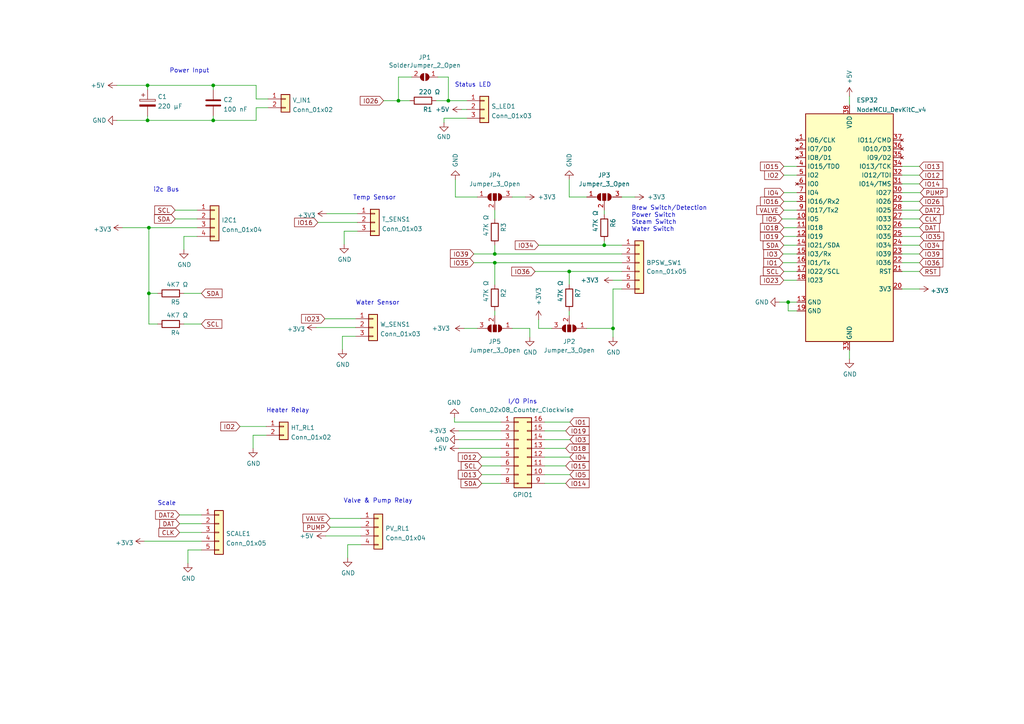
<source format=kicad_sch>
(kicad_sch (version 20250114) (generator "eeschema") (generator_version "9.0")
  (paper "A4")
  (title_block (title "ESP32 Breakout Board - Minimal SMD") (date "2025-12-11") (rev "1.1") (company "CleverCoffee "))
  (lib_symbols
    (symbol "Conn_01x04_1" (pin_names (offset 1.016) (hide yes))
      (property "Reference" "J" (at 0 5.08 0))
      (property "Value" "Conn_01x04_1" (at 0 -7.62 0))
      (symbol "Conn_01x04_1_1_1"
        (rectangle (start -1.27 3.81) (end 1.27 -6.35) (stroke (width 0.254)) (fill (type background)))
        (rectangle (start -1.27 2.667) (end 0 2.413) (stroke (width 0.1524)))
        (rectangle (start -1.27 0.127) (end 0 -0.127) (stroke (width 0.1524)))
        (rectangle (start -1.27 -2.413) (end 0 -2.667) (stroke (width 0.1524)))
        (rectangle (start -1.27 -4.953) (end 0 -5.207) (stroke (width 0.1524)))
        (pin passive line (at -5.08 2.54 0) (length 3.81) (name "Pin_1") (number "1"))
        (pin passive line (at -5.08 0 0) (length 3.81) (name "Pin_2") (number "2"))
        (pin passive line (at -5.08 -2.54 0) (length 3.81) (name "Pin_3") (number "3"))
        (pin passive line (at -5.08 -5.08 0) (length 3.81) (name "Pin_4") (number "4"))
      )
    )
    (symbol "Connector_Generic:Conn_01x02" (pin_names (offset 1.016) (hide yes))
      (property "Reference" "J" (at 0 2.54 0))
      (property "Value" "Conn_01x02" (at 0 -5.08 0))
      (symbol "Conn_01x02_1_1"
        (rectangle (start -1.27 1.27) (end 1.27 -3.81) (stroke (width 0.254)) (fill (type background)))
        (rectangle (start -1.27 0.127) (end 0 -0.127) (stroke (width 0.1524)))
        (rectangle (start -1.27 -2.413) (end 0 -2.667) (stroke (width 0.1524)))
        (pin passive line (at -5.08 0 0) (length 3.81) (name "Pin_1") (number "1"))
        (pin passive line (at -5.08 -2.54 0) (length 3.81) (name "Pin_2") (number "2"))
      )
    )
    (symbol "Connector_Generic:Conn_01x03" (pin_names (offset 1.016) (hide yes))
      (property "Reference" "J" (at 0 5.08 0))
      (property "Value" "Conn_01x03" (at 0 -5.08 0))
      (symbol "Conn_01x03_1_1"
        (rectangle (start -1.27 3.81) (end 1.27 -3.81) (stroke (width 0.254)) (fill (type background)))
        (rectangle (start -1.27 2.667) (end 0 2.413) (stroke (width 0.1524)))
        (rectangle (start -1.27 0.127) (end 0 -0.127) (stroke (width 0.1524)))
        (rectangle (start -1.27 -2.413) (end 0 -2.667) (stroke (width 0.1524)))
        (pin passive line (at -5.08 2.54 0) (length 3.81) (name "Pin_1") (number "1"))
        (pin passive line (at -5.08 0 0) (length 3.81) (name "Pin_2") (number "2"))
        (pin passive line (at -5.08 -2.54 0) (length 3.81) (name "Pin_3") (number "3"))
      )
    )
    (symbol "Connector_Generic:Conn_01x04" (pin_names (offset 1.016) (hide yes))
      (property "Reference" "J" (at 0 5.08 0))
      (property "Value" "Conn_01x04" (at 0 -7.62 0))
      (symbol "Conn_01x04_1_1"
        (rectangle (start -1.27 3.81) (end 1.27 -6.35) (stroke (width 0.254)) (fill (type background)))
        (rectangle (start -1.27 2.667) (end 0 2.413) (stroke (width 0.1524)))
        (rectangle (start -1.27 0.127) (end 0 -0.127) (stroke (width 0.1524)))
        (rectangle (start -1.27 -2.413) (end 0 -2.667) (stroke (width 0.1524)))
        (rectangle (start -1.27 -4.953) (end 0 -5.207) (stroke (width 0.1524)))
        (pin passive line (at -5.08 2.54 0) (length 3.81) (name "Pin_1") (number "1"))
        (pin passive line (at -5.08 0 0) (length 3.81) (name "Pin_2") (number "2"))
        (pin passive line (at -5.08 -2.54 0) (length 3.81) (name "Pin_3") (number "3"))
        (pin passive line (at -5.08 -5.08 0) (length 3.81) (name "Pin_4") (number "4"))
      )
    )
    (symbol "Connector_Generic:Conn_01x05" (pin_names (offset 1.016) (hide yes))
      (property "Reference" "J" (at 0 7.62 0))
      (property "Value" "Conn_01x05" (at 0 -7.62 0))
      (symbol "Conn_01x05_1_1"
        (rectangle (start -1.27 6.35) (end 1.27 -6.35) (stroke (width 0.254)) (fill (type background)))
        (rectangle (start -1.27 5.207) (end 0 4.953) (stroke (width 0.1524)))
        (rectangle (start -1.27 2.667) (end 0 2.413) (stroke (width 0.1524)))
        (rectangle (start -1.27 0.127) (end 0 -0.127) (stroke (width 0.1524)))
        (rectangle (start -1.27 -2.413) (end 0 -2.667) (stroke (width 0.1524)))
        (rectangle (start -1.27 -4.953) (end 0 -5.207) (stroke (width 0.1524)))
        (pin passive line (at -5.08 5.08 0) (length 3.81) (name "Pin_1") (number "1"))
        (pin passive line (at -5.08 2.54 0) (length 3.81) (name "Pin_2") (number "2"))
        (pin passive line (at -5.08 0 0) (length 3.81) (name "Pin_3") (number "3"))
        (pin passive line (at -5.08 -2.54 0) (length 3.81) (name "Pin_4") (number "4"))
        (pin passive line (at -5.08 -5.08 0) (length 3.81) (name "Pin_5") (number "5"))
      )
    )
    (symbol "Connector_Generic:Conn_01x06" (pin_names (offset 1.016) (hide yes))
      (property "Reference" "J" (at 0 7.62 0))
      (property "Value" "Conn_01x06" (at 0 -10.16 0))
      (symbol "Conn_01x06_1_1"
        (rectangle (start -1.27 6.35) (end 1.27 -8.89) (stroke (width 0.254)) (fill (type background)))
        (rectangle (start -1.27 5.207) (end 0 4.953) (stroke (width 0.1524)))
        (rectangle (start -1.27 2.667) (end 0 2.413) (stroke (width 0.1524)))
        (rectangle (start -1.27 0.127) (end 0 -0.127) (stroke (width 0.1524)))
        (rectangle (start -1.27 -2.413) (end 0 -2.667) (stroke (width 0.1524)))
        (rectangle (start -1.27 -4.953) (end 0 -5.207) (stroke (width 0.1524)))
        (rectangle (start -1.27 -7.493) (end 0 -7.747) (stroke (width 0.1524)))
        (pin passive line (at -5.08 5.08 0) (length 3.81) (name "Pin_1") (number "1"))
        (pin passive line (at -5.08 2.54 0) (length 3.81) (name "Pin_2") (number "2"))
        (pin passive line (at -5.08 0 0) (length 3.81) (name "Pin_3") (number "3"))
        (pin passive line (at -5.08 -2.54 0) (length 3.81) (name "Pin_4") (number "4"))
        (pin passive line (at -5.08 -5.08 0) (length 3.81) (name "Pin_5") (number "5"))
        (pin passive line (at -5.08 -7.62 0) (length 3.81) (name "Pin_6") (number "6"))
      )
    )
    (symbol "Connector_Generic:Conn_02x08_Counter_Clockwise" (pin_names (offset 1.016) (hide yes))
      (property "Reference" "J" (at 1.27 10.16 0))
      (property "Value" "Conn_02x08_Counter_Clockwise" (at 1.27 -12.7 0))
      (symbol "Conn_02x08_Counter_Clockwise_1_1"
        (rectangle (start -1.27 8.89) (end 3.81 -11.43) (stroke (width 0.254)) (fill (type background)))
        (rectangle (start -1.27 7.747) (end 0 7.493) (stroke (width 0.1524)))
        (rectangle (start -1.27 5.207) (end 0 4.953) (stroke (width 0.1524)))
        (rectangle (start -1.27 2.667) (end 0 2.413) (stroke (width 0.1524)))
        (rectangle (start -1.27 0.127) (end 0 -0.127) (stroke (width 0.1524)))
        (rectangle (start -1.27 -2.413) (end 0 -2.667) (stroke (width 0.1524)))
        (rectangle (start -1.27 -4.953) (end 0 -5.207) (stroke (width 0.1524)))
        (rectangle (start -1.27 -7.493) (end 0 -7.747) (stroke (width 0.1524)))
        (rectangle (start -1.27 -10.033) (end 0 -10.287) (stroke (width 0.1524)))
        (rectangle (start 3.81 7.747) (end 2.54 7.493) (stroke (width 0.1524)))
        (rectangle (start 3.81 5.207) (end 2.54 4.953) (stroke (width 0.1524)))
        (rectangle (start 3.81 2.667) (end 2.54 2.413) (stroke (width 0.1524)))
        (rectangle (start 3.81 0.127) (end 2.54 -0.127) (stroke (width 0.1524)))
        (rectangle (start 3.81 -2.413) (end 2.54 -2.667) (stroke (width 0.1524)))
        (rectangle (start 3.81 -4.953) (end 2.54 -5.207) (stroke (width 0.1524)))
        (rectangle (start 3.81 -7.493) (end 2.54 -7.747) (stroke (width 0.1524)))
        (rectangle (start 3.81 -10.033) (end 2.54 -10.287) (stroke (width 0.1524)))
        (pin passive line (at -5.08 7.62 0) (length 3.81) (name "Pin_1") (number "1"))
        (pin passive line (at -5.08 5.08 0) (length 3.81) (name "Pin_2") (number "2"))
        (pin passive line (at -5.08 2.54 0) (length 3.81) (name "Pin_3") (number "3"))
        (pin passive line (at -5.08 0 0) (length 3.81) (name "Pin_4") (number "4"))
        (pin passive line (at -5.08 -2.54 0) (length 3.81) (name "Pin_5") (number "5"))
        (pin passive line (at -5.08 -5.08 0) (length 3.81) (name "Pin_6") (number "6"))
        (pin passive line (at -5.08 -7.62 0) (length 3.81) (name "Pin_7") (number "7"))
        (pin passive line (at -5.08 -10.16 0) (length 3.81) (name "Pin_8") (number "8"))
        (pin passive line (at 7.62 7.62 180) (length 3.81) (name "Pin_16") (number "16"))
        (pin passive line (at 7.62 5.08 180) (length 3.81) (name "Pin_15") (number "15"))
        (pin passive line (at 7.62 2.54 180) (length 3.81) (name "Pin_14") (number "14"))
        (pin passive line (at 7.62 0 180) (length 3.81) (name "Pin_13") (number "13"))
        (pin passive line (at 7.62 -2.54 180) (length 3.81) (name "Pin_12") (number "12"))
        (pin passive line (at 7.62 -5.08 180) (length 3.81) (name "Pin_11") (number "11"))
        (pin passive line (at 7.62 -7.62 180) (length 3.81) (name "Pin_10") (number "10"))
        (pin passive line (at 7.62 -10.16 180) (length 3.81) (name "Pin_9") (number "9"))
      )
    )
    (symbol "Device:C" (pin_numbers (hide yes)) (pin_names (offset 0.254))
      (property "Reference" "C" (at 0.635 2.54 0))
      (property "Value" "C" (at 0.635 -2.54 0))
      (symbol "C_0_1"
        (polyline (pts (xy -2.032 0.762) (xy 2.032 0.762)) (stroke (width 0.508)))
        (polyline (pts (xy -2.032 -0.762) (xy 2.032 -0.762)) (stroke (width 0.508)))
      )
      (symbol "C_1_1"
        (pin passive line (at 0 3.81 270) (length 2.794) (name "~") (number "1"))
        (pin passive line (at 0 -3.81 90) (length 2.794) (name "~") (number "2"))
      )
    )
    (symbol "Device:C_Polarized" (pin_numbers (hide yes)) (pin_names (offset 0.254))
      (property "Reference" "C" (at 0.635 2.54 0))
      (property "Value" "C_Polarized" (at 0.635 -2.54 0))
      (symbol "C_Polarized_0_1"
        (rectangle (start -2.286 0.508) (end 2.286 1.016))
        (polyline (pts (xy -1.778 2.286) (xy -0.762 2.286)))
        (polyline (pts (xy -1.27 2.794) (xy -1.27 1.778)))
        (rectangle (start 2.286 -0.508) (end -2.286 -1.016) (fill (type outline)))
      )
      (symbol "C_Polarized_1_1"
        (pin passive line (at 0 3.81 270) (length 2.794) (name "~") (number "1"))
        (pin passive line (at 0 -3.81 90) (length 2.794) (name "~") (number "2"))
      )
    )
    (symbol "Device:R" (pin_numbers (hide yes)) (pin_names (offset 0))
      (property "Reference" "R" (at 2.032 0 90))
      (property "Value" "R" (at 0 0 90))
      (symbol "R_0_1"
        (rectangle (start -1.016 -2.54) (end 1.016 2.54) (stroke (width 0.254)))
      )
      (symbol "R_1_1"
        (pin passive line (at 0 3.81 270) (length 1.27) (name "~") (number "1"))
        (pin passive line (at 0 -3.81 90) (length 1.27) (name "~") (number "2"))
      )
    )
    (symbol "Jumper:SolderJumper_2_Open" (pin_names (offset 0) (hide yes))
      (property "Reference" "JP" (at 0 2.032 0))
      (property "Value" "SolderJumper_2_Open" (at 0 -2.54 0))
      (symbol "SolderJumper_2_Open_0_1"
        (polyline (pts (xy -0.254 1.016) (xy -0.254 -1.016)))
        (arc (start -0.254 -1.016) (mid -1.2656 0) (end -0.254 1.016))
        (arc (start -0.254 -1.016) (mid -1.2656 0) (end -0.254 1.016) (fill (type outline)))
        (arc (start 0.254 1.016) (mid 1.2656 0) (end 0.254 -1.016))
        (arc (start 0.254 1.016) (mid 1.2656 0) (end 0.254 -1.016) (fill (type outline)))
        (polyline (pts (xy 0.254 1.016) (xy 0.254 -1.016)))
      )
      (symbol "SolderJumper_2_Open_1_1"
        (pin passive line (at -3.81 0 0) (length 2.54) (name "A") (number "1"))
        (pin passive line (at 3.81 0 180) (length 2.54) (name "B") (number "2"))
      )
    )
    (symbol "Jumper:SolderJumper_3_Open" (pin_names (offset 0) (hide yes)) (in_bom no)
      (property "Reference" "JP" (at -2.54 -2.54 0))
      (property "Value" "SolderJumper_3_Open" (at 0 2.794 0))
      (symbol "SolderJumper_3_Open_0_1"
        (polyline (pts (xy -2.54 0) (xy -2.032 0)))
        (polyline (pts (xy -1.016 1.016) (xy -1.016 -1.016)))
        (arc (start -1.016 -1.016) (mid -2.0276 0) (end -1.016 1.016))
        (arc (start -1.016 -1.016) (mid -2.0276 0) (end -1.016 1.016) (fill (type outline)))
        (rectangle (start -0.508 1.016) (end 0.508 -1.016) (fill (type outline)))
        (polyline (pts (xy 0 -1.27) (xy 0 -1.016)))
        (arc (start 1.016 1.016) (mid 2.0276 0) (end 1.016 -1.016))
        (arc (start 1.016 1.016) (mid 2.0276 0) (end 1.016 -1.016) (fill (type outline)))
        (polyline (pts (xy 1.016 1.016) (xy 1.016 -1.016)))
        (polyline (pts (xy 2.54 0) (xy 2.032 0)))
      )
      (symbol "SolderJumper_3_Open_1_1"
        (pin passive line (at -5.08 0 0) (length 2.54) (name "A") (number "1"))
        (pin passive line (at 0 -3.81 90) (length 2.54) (name "C") (number "2"))
        (pin passive line (at 5.08 0 180) (length 2.54) (name "B") (number "3"))
      )
    )
    (symbol "MCU_Espressif:NodeMCU_DevKitC_v4"
      (property "Reference" "ESP32" (at 2.0194 36.9865 0))
      (property "Value" "NodeMCU_DevKitC_v4" (at 2.0194 34.2114 0))
      (symbol "NodeMCU_DevKitC_v4_0_1"
        (rectangle (start -12.7 33.02) (end 12.7 -33.02) (stroke (width 0.254)) (fill (type background)))
      )
      (symbol "NodeMCU_DevKitC_v4_1_1"
        (pin no_connect line (at -15.24 25.4 0) (length 2.54) (name "IO6/CLK") (number "1"))
        (pin no_connect line (at -15.24 22.86 0) (length 2.54) (name "IO7/D0") (number "2"))
        (pin no_connect line (at -15.24 20.32 0) (length 2.54) (name "IO8/D1") (number "3"))
        (pin bidirectional line (at -15.24 17.78 0) (length 2.54) (name "IO15/TDO") (number "4"))
        (pin bidirectional line (at -15.24 15.24 0) (length 2.54) (name "IO2") (number "5"))
        (pin no_connect line (at -15.24 12.7 0) (length 2.54) (name "IO0") (number "6"))
        (pin bidirectional line (at -15.24 10.16 0) (length 2.54) (name "IO4") (number "7"))
        (pin bidirectional line (at -15.24 7.62 0) (length 2.54) (name "IO16/Rx2") (number "8"))
        (pin bidirectional line (at -15.24 5.08 0) (length 2.54) (name "IO17/Tx2") (number "9"))
        (pin bidirectional line (at -15.24 2.54 0) (length 2.54) (name "IO5") (number "10"))
        (pin bidirectional line (at -15.24 0 0) (length 2.54) (name "IO18") (number "11"))
        (pin bidirectional line (at -15.24 -2.54 0) (length 2.54) (name "IO19") (number "12"))
        (pin bidirectional line (at -15.24 -5.08 0) (length 2.54) (name "IO21/SDA") (number "14"))
        (pin bidirectional line (at -15.24 -7.62 0) (length 2.54) (name "IO3/Rx") (number "15"))
        (pin bidirectional line (at -15.24 -10.16 0) (length 2.54) (name "IO1/Tx") (number "16"))
        (pin bidirectional line (at -15.24 -12.7 0) (length 2.54) (name "IO22/SCL") (number "17"))
        (pin bidirectional line (at -15.24 -15.24 0) (length 2.54) (name "IO23") (number "18"))
        (pin power_in line (at -15.24 -21.59 0) (length 2.54) (name "GND") (number "13"))
        (pin power_in line (at -15.24 -24.13 0) (length 2.54) (name "GND") (number "19"))
        (pin power_in line (at 0 35.56 270) (length 2.54) (name "VDD") (number "38"))
        (pin power_in line (at 0 -35.56 90) (length 2.54) (name "GND") (number "33"))
        (pin no_connect line (at 15.24 25.4 180) (length 2.54) (name "IO11/CMD") (number "37"))
        (pin no_connect line (at 15.24 22.86 180) (length 2.54) (name "IO10/D3") (number "36"))
        (pin no_connect line (at 15.24 20.32 180) (length 2.54) (name "IO9/D2") (number "35"))
        (pin bidirectional line (at 15.24 17.78 180) (length 2.54) (name "IO13/TCK") (number "34"))
        (pin bidirectional line (at 15.24 15.24 180) (length 2.54) (name "IO12/TDI") (number "32"))
        (pin bidirectional line (at 15.24 12.7 180) (length 2.54) (name "IO14/TMS") (number "31"))
        (pin bidirectional line (at 15.24 10.16 180) (length 2.54) (name "IO27") (number "30"))
        (pin bidirectional line (at 15.24 7.62 180) (length 2.54) (name "IO26") (number "29"))
        (pin bidirectional line (at 15.24 5.08 180) (length 2.54) (name "IO25") (number "28"))
        (pin bidirectional line (at 15.24 2.54 180) (length 2.54) (name "IO33") (number "27"))
        (pin bidirectional line (at 15.24 0 180) (length 2.54) (name "IO32") (number "26"))
        (pin bidirectional line (at 15.24 -2.54 180) (length 2.54) (name "IO35") (number "25"))
        (pin bidirectional line (at 15.24 -5.08 180) (length 2.54) (name "IO34") (number "24"))
        (pin bidirectional line (at 15.24 -7.62 180) (length 2.54) (name "IO39") (number "23"))
        (pin bidirectional line (at 15.24 -10.16 180) (length 2.54) (name "IO36") (number "22"))
        (pin input line (at 15.24 -12.7 180) (length 2.54) (name "RST") (number "21"))
        (pin power_out line (at 15.24 -17.78 180) (length 2.54) (name "3V3") (number "20"))
      )
    )
    (symbol "power:+3.3V" (power) (pin_names (offset 0))
      (property "Value" "+3.3V" (at 0 3.556 0))
      (symbol "+3.3V_0_1"
        (polyline (pts (xy -0.762 1.27) (xy 0 2.54)))
        (polyline (pts (xy 0 2.54) (xy 0.762 1.27)))
        (polyline (pts (xy 0 0) (xy 0 2.54)))
      )
      (symbol "+3.3V_1_1"
        (pin power_in line (at 0 0 90) (length 0) (hide yes) (name "+3V3") (number "1"))
      )
    )
    (symbol "power:+5V" (power) (pin_names (offset 0))
      (property "Value" "+5V" (at 0 3.556 0))
      (symbol "+5V_0_1"
        (polyline (pts (xy -0.762 1.27) (xy 0 2.54)))
        (polyline (pts (xy 0 2.54) (xy 0.762 1.27)))
        (polyline (pts (xy 0 0) (xy 0 2.54)))
      )
      (symbol "+5V_1_1"
        (pin power_in line (at 0 0 90) (length 0) (hide yes) (name "+5V") (number "1"))
      )
    )
    (symbol "power:GND" (power) (pin_names (offset 0))
      (property "Value" "GND" (at 0 -3.81 0))
      (symbol "GND_0_1"
        (polyline (pts (xy 0 0) (xy 0 -1.27) (xy 1.27 -1.27) (xy 0 -2.54) (xy -1.27 -1.27) (xy 0 -1.27)))
      )
      (symbol "GND_1_1"
        (pin power_in line (at 0 0 270) (length 0) (hide yes) (name "GND") (number "1"))
      )
    )
  )
  (text "Status LED" (at 131.8768 25.4508 0) (effects (font (size 1.27 1.27)) (justify left bottom)))
  (text "i2c Bus\n" (at 44.45 55.88 0) (effects (font (size 1.27 1.27)) (justify left bottom)))
  (text "Temp Sensor\n" (at 102.362 58.166 0) (effects (font (size 1.27 1.27)) (justify left bottom)))
  (text "Brew Switch/Detection\nPower Switch\nSteam Switch\nWater Switch\n" (at 183.134 67.31 0) (effects (font (size 1.27 1.27)) (justify left bottom)))
  (text "Heater Relay" (at 77.216 119.888 0) (effects (font (size 1.27 1.27)) (justify left bottom)))
  (text "Scale\n" (at 45.6692 146.812 0) (effects (font (size 1.27 1.27)) (justify left bottom)))
  (text "I/O Pins\n" (at 147.32 117.348 0) (effects (font (size 1.27 1.27)) (justify left bottom)))
  (text "Power Input" (at 49.149 21.336 0) (effects (font (size 1.27 1.27)) (justify left bottom)))
  (text "Valve & Pump Relay\n" (at 99.6188 146.1008 0) (effects (font (size 1.27 1.27)) (justify left bottom)))
  (text "Water Sensor\n" (at 103.124 88.646 0) (effects (font (size 1.27 1.27)) (justify left bottom)))
  (junction (at 43.18 66.04))
  (junction (at 43.18 85.09))
  (junction (at 228.6 87.63))
  (junction (at 61.849 34.925))
  (junction (at 115.57 29.21))
  (junction (at 61.849 24.765))
  (junction (at 177.8 95.25))
  (junction (at 42.799 24.765))
  (junction (at 143.51 76.2))
  (junction (at 175.26 71.12))
  (junction (at 42.799 34.925))
  (junction (at 143.51 73.66))
  (junction (at 130.048 29.21))
  (junction (at 165.1 78.74))
  (wire (pts (xy 94.234 92.456) (xy 103.124 92.456)))
  (wire (pts (xy 133.096 130.048) (xy 145.288 130.048)))
  (wire (pts (xy 54.5084 159.512) (xy 54.5084 163.3728)))
  (wire (pts (xy 92.202 64.516) (xy 103.632 64.516)))
  (wire (pts (xy 131.826 122.428) (xy 131.826 121.158)))
  (wire (pts (xy 134.62 95.25) (xy 138.43 95.25)))
  (wire (pts (xy 157.988 130.048) (xy 164.084 130.048)))
  (wire (pts (xy 226.06 87.63) (xy 228.6 87.63)))
  (wire (pts (xy 43.18 85.09) (xy 43.18 93.98)))
  (wire (pts (xy 145.288 122.428) (xy 131.826 122.428)))
  (wire (pts (xy 94.488 155.448) (xy 104.648 155.448)))
  (wire (pts (xy 77.724 31.242) (xy 74.295 31.242)))
  (wire (pts (xy 61.849 24.765) (xy 61.849 26.035)))
  (wire (pts (xy 99.314 97.536) (xy 103.124 97.536)))
  (wire (pts (xy 157.988 122.428) (xy 165.3032 122.428)))
  (wire (pts (xy 50.8 63.5) (xy 57.15 63.5)))
  (wire (pts (xy 155.194 78.74) (xy 165.1 78.74)))
  (wire (pts (xy 42.799 34.925) (xy 61.849 34.925)))
  (wire (pts (xy 43.18 85.09) (xy 45.72 85.09)))
  (wire (pts (xy 246.38 101.6) (xy 246.38 104.14)))
  (wire (pts (xy 139.7 132.588) (xy 145.288 132.588)))
  (wire (pts (xy 157.988 124.968) (xy 164.084 124.968)))
  (wire (pts (xy 99.314 101.346) (xy 99.314 97.536)))
  (wire (pts (xy 74.295 24.765) (xy 74.295 28.702)))
  (wire (pts (xy 53.34 93.98) (xy 58.42 93.98)))
  (wire (pts (xy 133.096 127.508) (xy 145.288 127.508)))
  (wire (pts (xy 133.096 124.968) (xy 145.288 124.968)))
  (wire (pts (xy 94.742 61.976) (xy 103.632 61.976)))
  (wire (pts (xy 42.799 24.765) (xy 42.799 26.035)))
  (wire (pts (xy 61.849 33.655) (xy 61.849 34.925)))
  (wire (pts (xy 126.492 29.21) (xy 130.048 29.21)))
  (wire (pts (xy 228.6 87.63) (xy 231.14 87.63)))
  (wire (pts (xy 246.38 27.94) (xy 246.38 30.48)))
  (wire (pts (xy 43.18 66.04) (xy 43.18 85.09)))
  (wire (pts (xy 227.33 50.8) (xy 231.14 50.8)))
  (wire (pts (xy 42.799 33.655) (xy 42.799 34.925)))
  (wire (pts (xy 137.414 76.2) (xy 143.51 76.2)))
  (wire (pts (xy 261.62 50.8) (xy 266.7 50.8)))
  (wire (pts (xy 139.7 135.128) (xy 145.288 135.128)))
  (wire (pts (xy 100.838 161.798) (xy 100.838 157.988)))
  (wire (pts (xy 180.34 57.15) (xy 184.15 57.15)))
  (wire (pts (xy 177.8 83.82) (xy 177.8 95.25)))
  (wire (pts (xy 53.34 68.58) (xy 53.34 72.39)))
  (wire (pts (xy 77.724 28.702) (xy 74.295 28.702)))
  (wire (pts (xy 226.822 63.5) (xy 231.14 63.5)))
  (wire (pts (xy 227.33 68.58) (xy 231.14 68.58)))
  (wire (pts (xy 227.33 71.12) (xy 231.14 71.12)))
  (wire (pts (xy 99.822 67.056) (xy 103.632 67.056)))
  (wire (pts (xy 77.216 126.238) (xy 73.406 126.238)))
  (wire (pts (xy 227.076 76.2) (xy 231.14 76.2)))
  (wire (pts (xy 132.08 57.15) (xy 132.08 52.07)))
  (wire (pts (xy 130.048 22.352) (xy 130.048 29.21)))
  (wire (pts (xy 52.07 154.432) (xy 58.42 154.432)))
  (wire (pts (xy 157.988 132.588) (xy 165.3032 132.588)))
  (wire (pts (xy 165.1 78.74) (xy 180.34 78.74)))
  (wire (pts (xy 165.1 90.17) (xy 165.1 91.44)))
  (wire (pts (xy 261.62 60.96) (xy 266.7 60.96)))
  (wire (pts (xy 95.758 152.908) (xy 104.648 152.908)))
  (wire (pts (xy 261.62 58.42) (xy 266.7 58.42)))
  (wire (pts (xy 261.62 53.34) (xy 266.7 53.34)))
  (wire (pts (xy 128.778 34.29) (xy 128.778 35.56)))
  (wire (pts (xy 115.57 22.352) (xy 115.57 29.21)))
  (wire (pts (xy 261.62 48.26) (xy 266.7 48.26)))
  (wire (pts (xy 227.33 55.88) (xy 231.14 55.88)))
  (wire (pts (xy 175.26 69.85) (xy 175.26 71.12)))
  (wire (pts (xy 74.295 24.765) (xy 61.849 24.765)))
  (wire (pts (xy 33.909 24.765) (xy 42.799 24.765)))
  (wire (pts (xy 227.33 58.42) (xy 231.14 58.42)))
  (wire (pts (xy 156.21 95.25) (xy 160.02 95.25)))
  (wire (pts (xy 175.26 60.96) (xy 175.26 62.23)))
  (wire (pts (xy 148.59 57.15) (xy 152.4 57.15)))
  (wire (pts (xy 157.988 127.508) (xy 165.3032 127.508)))
  (wire (pts (xy 261.62 55.88) (xy 266.954 55.88)))
  (wire (pts (xy 52.07 149.352) (xy 58.42 149.352)))
  (wire (pts (xy 111.252 29.21) (xy 115.57 29.21)))
  (wire (pts (xy 165.1 57.15) (xy 170.18 57.15)))
  (wire (pts (xy 115.57 29.21) (xy 118.872 29.21)))
  (wire (pts (xy 165.1 52.07) (xy 165.1 57.15)))
  (wire (pts (xy 261.62 63.5) (xy 266.7 63.5)))
  (wire (pts (xy 91.694 94.996) (xy 103.124 94.996)))
  (wire (pts (xy 132.08 57.15) (xy 138.43 57.15)))
  (wire (pts (xy 177.8 81.28) (xy 180.34 81.28)))
  (wire (pts (xy 53.34 85.09) (xy 58.42 85.09)))
  (wire (pts (xy 148.59 95.25) (xy 153.67 95.25)))
  (wire (pts (xy 157.988 137.668) (xy 165.3032 137.668)))
  (wire (pts (xy 69.596 123.698) (xy 77.216 123.698)))
  (wire (pts (xy 156.21 95.25) (xy 156.21 92.71)))
  (wire (pts (xy 261.62 68.58) (xy 266.954 68.58)))
  (wire (pts (xy 74.295 34.925) (xy 61.849 34.925)))
  (wire (pts (xy 119.38 22.352) (xy 115.57 22.352)))
  (wire (pts (xy 135.382 34.29) (xy 128.778 34.29)))
  (wire (pts (xy 157.988 135.128) (xy 164.084 135.128)))
  (wire (pts (xy 137.414 73.66) (xy 143.51 73.66)))
  (wire (pts (xy 153.67 95.25) (xy 153.67 97.79)))
  (wire (pts (xy 143.51 90.17) (xy 143.51 91.44)))
  (wire (pts (xy 133.858 31.75) (xy 135.382 31.75)))
  (wire (pts (xy 35.56 66.04) (xy 43.18 66.04)))
  (wire (pts (xy 41.91 156.972) (xy 58.42 156.972)))
  (wire (pts (xy 170.18 95.25) (xy 177.8 95.25)))
  (wire (pts (xy 143.51 71.12) (xy 143.51 73.66)))
  (wire (pts (xy 227.33 48.26) (xy 231.14 48.26)))
  (wire (pts (xy 261.62 78.74) (xy 266.7 78.74)))
  (wire (pts (xy 53.34 68.58) (xy 57.15 68.58)))
  (wire (pts (xy 227.33 60.96) (xy 231.14 60.96)))
  (wire (pts (xy 43.18 66.04) (xy 57.15 66.04)))
  (wire (pts (xy 130.048 29.21) (xy 135.382 29.21)))
  (wire (pts (xy 227.33 81.28) (xy 231.14 81.28)))
  (wire (pts (xy 52.07 151.892) (xy 58.42 151.892)))
  (wire (pts (xy 227.076 73.66) (xy 231.14 73.66)))
  (wire (pts (xy 100.838 157.988) (xy 104.648 157.988)))
  (wire (pts (xy 143.51 73.66) (xy 180.34 73.66)))
  (wire (pts (xy 74.295 31.242) (xy 74.295 34.925)))
  (wire (pts (xy 228.6 90.17) (xy 228.6 87.63)))
  (wire (pts (xy 261.62 83.82) (xy 266.7 83.82)))
  (wire (pts (xy 50.8 60.96) (xy 57.15 60.96)))
  (wire (pts (xy 165.1 78.74) (xy 165.1 82.55)))
  (wire (pts (xy 261.62 71.12) (xy 266.7 71.12)))
  (wire (pts (xy 180.34 83.82) (xy 177.8 83.82)))
  (wire (pts (xy 156.21 71.12) (xy 175.26 71.12)))
  (wire (pts (xy 143.51 76.2) (xy 143.51 82.55)))
  (wire (pts (xy 33.909 34.925) (xy 42.799 34.925)))
  (wire (pts (xy 54.5084 159.512) (xy 58.42 159.512)))
  (wire (pts (xy 231.14 90.17) (xy 228.6 90.17)))
  (wire (pts (xy 139.7 137.668) (xy 145.288 137.668)))
  (wire (pts (xy 175.26 71.12) (xy 180.34 71.12)))
  (wire (pts (xy 227.33 66.04) (xy 231.14 66.04)))
  (wire (pts (xy 95.7072 150.368) (xy 104.648 150.368)))
  (wire (pts (xy 139.7 140.208) (xy 145.288 140.208)))
  (wire (pts (xy 43.18 93.98) (xy 45.72 93.98)))
  (wire (pts (xy 143.51 60.96) (xy 143.51 63.5)))
  (wire (pts (xy 127 22.352) (xy 130.048 22.352)))
  (wire (pts (xy 227.33 78.74) (xy 231.14 78.74)))
  (wire (pts (xy 99.822 70.866) (xy 99.822 67.056)))
  (wire (pts (xy 157.988 140.208) (xy 164.084 140.208)))
  (wire (pts (xy 261.62 76.2) (xy 266.7 76.2)))
  (wire (pts (xy 73.406 126.238) (xy 73.406 130.048)))
  (wire (pts (xy 143.51 76.2) (xy 180.34 76.2)))
  (wire (pts (xy 177.8 95.25) (xy 177.8 97.79)))
  (wire (pts (xy 261.62 66.04) (xy 266.7 66.04)))
  (wire (pts (xy 261.62 73.66) (xy 266.7 73.66)))
  (wire (pts (xy 42.799 24.765) (xy 61.849 24.765)))
  (global_label "IO35" (shape input) (at 137.414 76.2 180) (property "Intersheetrefs" "${INTERSHEET_REFS}" (effects (hide yes))))
  (global_label "IO15" (shape input) (at 164.084 135.128 0) (property "Intersheetrefs" "${INTERSHEET_REFS}" (effects (hide yes))))
  (global_label "IO3" (shape input) (at 227.076 73.66 180) (property "Intersheetrefs" "${INTERSHEET_REFS}" (effects (hide yes))))
  (global_label "DAT" (shape input) (at 52.07 151.892 180) (property "Intersheetrefs" "${INTERSHEET_REFS}" (effects (hide yes))))
  (global_label "CLK" (shape input) (at 266.7 63.5 0) (property "Intersheetrefs" "${INTERSHEET_REFS}" (effects (hide yes))))
  (global_label "IO1" (shape input) (at 227.076 76.2 180) (property "Intersheetrefs" "${INTERSHEET_REFS}" (effects (hide yes))))
  (global_label "SCL" (shape input) (at 139.7 135.128 180) (property "Intersheetrefs" "${INTERSHEET_REFS}" (effects (hide yes))))
  (global_label "IO12" (shape input) (at 139.7 132.588 180) (property "Intersheetrefs" "${INTERSHEET_REFS}" (effects (hide yes))))
  (global_label "IO39" (shape input) (at 137.414 73.66 180) (property "Intersheetrefs" "${INTERSHEET_REFS}" (effects (hide yes))))
  (global_label "IO18" (shape input) (at 227.33 66.04 180) (property "Intersheetrefs" "${INTERSHEET_REFS}" (effects (hide yes))))
  (global_label "CLK" (shape input) (at 52.07 154.432 180) (property "Intersheetrefs" "${INTERSHEET_REFS}" (effects (hide yes))))
  (global_label "IO35" (shape input) (at 266.954 68.58 0) (property "Intersheetrefs" "${INTERSHEET_REFS}" (effects (hide yes))))
  (global_label "IO12" (shape input) (at 266.7 50.8 0) (property "Intersheetrefs" "${INTERSHEET_REFS}" (effects (hide yes))))
  (global_label "IO2" (shape input) (at 69.596 123.698 180) (property "Intersheetrefs" "${INTERSHEET_REFS}" (effects (hide yes))))
  (global_label "IO26" (shape input) (at 111.252 29.21 180) (property "Intersheetrefs" "${INTERSHEET_REFS}" (effects (hide yes))))
  (global_label "PUMP" (shape input) (at 95.758 152.908 180) (property "Intersheetrefs" "${INTERSHEET_REFS}" (effects (hide yes))))
  (global_label "IO23" (shape input) (at 227.33 81.28 180) (property "Intersheetrefs" "${INTERSHEET_REFS}" (effects (hide yes))))
  (global_label "SDA" (shape input) (at 50.8 63.5 180) (property "Intersheetrefs" "${INTERSHEET_REFS}" (effects (hide yes))))
  (global_label "IO5" (shape input) (at 226.822 63.5 180) (property "Intersheetrefs" "${INTERSHEET_REFS}" (effects (hide yes))))
  (global_label "IO15" (shape input) (at 227.33 48.26 180) (property "Intersheetrefs" "${INTERSHEET_REFS}" (effects (hide yes))))
  (global_label "IO19" (shape input) (at 227.33 68.58 180) (property "Intersheetrefs" "${INTERSHEET_REFS}" (effects (hide yes))))
  (global_label "VALVE" (shape input) (at 95.7072 150.368 180) (property "Intersheetrefs" "${INTERSHEET_REFS}" (effects (hide yes))))
  (global_label "SDA" (shape input) (at 227.33 71.12 180) (property "Intersheetrefs" "${INTERSHEET_REFS}" (effects (hide yes))))
  (global_label "IO1" (shape input) (at 165.3032 122.428 0) (property "Intersheetrefs" "${INTERSHEET_REFS}" (effects (hide yes))))
  (global_label "IO16" (shape input) (at 227.33 58.42 180) (property "Intersheetrefs" "${INTERSHEET_REFS}" (effects (hide yes))))
  (global_label "SCL" (shape input) (at 50.8 60.96 180) (property "Intersheetrefs" "${INTERSHEET_REFS}" (effects (hide yes))))
  (global_label "IO14" (shape input) (at 164.084 140.208 0) (property "Intersheetrefs" "${INTERSHEET_REFS}" (effects (hide yes))))
  (global_label "DAT2" (shape input) (at 52.07 149.352 180) (property "Intersheetrefs" "${INTERSHEET_REFS}" (effects (hide yes))))
  (global_label "IO18" (shape input) (at 164.084 130.048 0) (property "Intersheetrefs" "${INTERSHEET_REFS}" (effects (hide yes))))
  (global_label "IO23" (shape input) (at 94.234 92.456 180) (property "Intersheetrefs" "${INTERSHEET_REFS}" (effects (hide yes))))
  (global_label "SDA" (shape input) (at 58.42 85.09 0) (property "Intersheetrefs" "${INTERSHEET_REFS}" (effects (hide yes))))
  (global_label "IO13" (shape input) (at 266.7 48.26 0) (property "Intersheetrefs" "${INTERSHEET_REFS}" (effects (hide yes))))
  (global_label "IO39" (shape input) (at 266.7 73.66 0) (property "Intersheetrefs" "${INTERSHEET_REFS}" (effects (hide yes))))
  (global_label "VALVE" (shape input) (at 227.33 60.96 180) (property "Intersheetrefs" "${INTERSHEET_REFS}" (effects (hide yes))))
  (global_label "IO26" (shape input) (at 266.7 58.42 0) (property "Intersheetrefs" "${INTERSHEET_REFS}" (effects (hide yes))))
  (global_label "DAT" (shape input) (at 266.7 66.04 0) (property "Intersheetrefs" "${INTERSHEET_REFS}" (effects (hide yes))))
  (global_label "IO36" (shape input) (at 266.7 76.2 0) (property "Intersheetrefs" "${INTERSHEET_REFS}" (effects (hide yes))))
  (global_label "IO4" (shape input) (at 165.3032 132.588 0) (property "Intersheetrefs" "${INTERSHEET_REFS}" (effects (hide yes))))
  (global_label "IO13" (shape input) (at 139.7 137.668 180) (property "Intersheetrefs" "${INTERSHEET_REFS}" (effects (hide yes))))
  (global_label "RST" (shape input) (at 266.7 78.74 0) (property "Intersheetrefs" "${INTERSHEET_REFS}" (effects (hide yes))))
  (global_label "IO2" (shape input) (at 227.33 50.8 180) (property "Intersheetrefs" "${INTERSHEET_REFS}" (effects (hide yes))))
  (global_label "IO14" (shape input) (at 266.7 53.34 0) (property "Intersheetrefs" "${INTERSHEET_REFS}" (effects (hide yes))))
  (global_label "SCL" (shape input) (at 227.33 78.74 180) (property "Intersheetrefs" "${INTERSHEET_REFS}" (effects (hide yes))))
  (global_label "IO16" (shape input) (at 92.202 64.516 180) (property "Intersheetrefs" "${INTERSHEET_REFS}" (effects (hide yes))))
  (global_label "IO3" (shape input) (at 165.3032 127.508 0) (property "Intersheetrefs" "${INTERSHEET_REFS}" (effects (hide yes))))
  (global_label "IO34" (shape input) (at 156.21 71.12 180) (property "Intersheetrefs" "${INTERSHEET_REFS}" (effects (hide yes))))
  (global_label "IO34" (shape input) (at 266.7 71.12 0) (property "Intersheetrefs" "${INTERSHEET_REFS}" (effects (hide yes))))
  (global_label "SDA" (shape input) (at 139.7 140.208 180) (property "Intersheetrefs" "${INTERSHEET_REFS}" (effects (hide yes))))
  (global_label "IO5" (shape input) (at 165.3032 137.668 0) (property "Intersheetrefs" "${INTERSHEET_REFS}" (effects (hide yes))))
  (global_label "IO4" (shape input) (at 227.33 55.88 180) (property "Intersheetrefs" "${INTERSHEET_REFS}" (effects (hide yes))))
  (global_label "PUMP" (shape input) (at 266.954 55.88 0) (property "Intersheetrefs" "${INTERSHEET_REFS}" (effects (hide yes))))
  (global_label "IO36" (shape input) (at 155.194 78.74 180) (property "Intersheetrefs" "${INTERSHEET_REFS}" (effects (hide yes))))
  (global_label "DAT2" (shape input) (at 266.7 60.96 0) (property "Intersheetrefs" "${INTERSHEET_REFS}" (effects (hide yes))))
  (global_label "IO19" (shape input) (at 164.084 124.968 0) (property "Intersheetrefs" "${INTERSHEET_REFS}" (effects (hide yes))))
  (global_label "SCL" (shape input) (at 58.42 93.98 0) (property "Intersheetrefs" "${INTERSHEET_REFS}" (effects (hide yes))))
  (symbol (lib_id "power:GND") (at 133.096 127.508 270) (unit 1)
    (property "Reference" "#PWR03" (effects (hide yes)))
    (property "Value" "GND" (at 128.27 127.508 90))
  )
  (symbol (lib_id "Connector_Generic:Conn_01x02") (at 82.296 123.698 0) (unit 1)
    (property "Reference" "HT_RL1" (at 84.328 124.0595 0) (effects (justify left)))
    (property "Value" "Conn_01x02" (at 84.328 126.8346 0) (effects (justify left)))
    (property "Footprint" "Connector_PinSocket_2.54mm:PinSocket_1x02_P2.54mm_Vertical" (effects (hide yes)))
  )
  (symbol (lib_id "Device:R") (at 143.51 86.36 0) (unit 1)
    (property "Reference" "R2" (at 146.05 86.36 90) (effects (justify left)))
    (property "Value" "47K Ω" (at 140.97 87.63 90) (effects (justify left)))
    (property "Footprint" "Resistor_SMD:R_1206_3216Metric_Pad1.30x1.75mm_HandSolder" (effects (hide yes)))
  )
  (symbol (lib_id "Connector_Generic:Conn_01x03") (at 108.204 94.996 0) (unit 1)
    (property "Reference" "W_SENS1" (at 110.236 94.0875 0) (effects (justify left)))
    (property "Value" "Conn_01x03" (at 110.236 96.8626 0) (effects (justify left)))
    (property "Footprint" "Connector_PinSocket_2.54mm:PinSocket_1x03_P2.54mm_Vertical" (effects (hide yes)))
  )
  (symbol (lib_id "power:GND") (at 246.38 104.14 0) (unit 1)
    (property "Reference" "#PWR0114" (effects (hide yes)))
    (property "Value" "GND" (at 246.507 108.5342 0))
  )
  (symbol (lib_id "Connector_Generic:Conn_01x06") (at 185.42 76.2 0) (unit 1)
    (property "Reference" "BPSW_SW1" (at 187.452 76.2 0) (effects (justify left)))
    (property "Value" "Conn_01x05" (at 187.452 78.74 0) (effects (justify left)))
    (property "Footprint" "Connector_PinSocket_2.54mm:PinSocket_1x06_P2.54mm_Vertical" (effects (hide yes)))
  )
  (symbol (lib_id "power:+3.3V") (at 94.742 61.976 90) (unit 1)
    (property "Reference" "#PWR0123" (effects (hide yes)))
    (property "Value" "+3V3" (at 91.567 62.455 90) (effects (justify left)))
  )
  (symbol (lib_id "power:GND") (at 165.1 52.07 180) (unit 1)
    (property "Reference" "#PWR02" (effects (hide yes)))
    (property "Value" "GND" (at 165.1 46.482 90))
  )
  (symbol (lib_id "Device:R") (at 143.51 67.31 0) (unit 1)
    (property "Reference" "R3" (at 146.05 67.31 90) (effects (justify left)))
    (property "Value" "47K Ω" (at 140.97 68.58 90) (effects (justify left)))
    (property "Footprint" "Resistor_SMD:R_1206_3216Metric_Pad1.30x1.75mm_HandSolder" (effects (hide yes)))
  )
  (symbol (lib_id "power:+3.3V") (at 177.8 81.28 90) (unit 1)
    (property "Reference" "#PWR04" (effects (hide yes)))
    (property "Value" "+3V3" (at 168.402 81.28 90) (effects (justify right)))
  )
  (symbol (lib_id "power:+3.3V") (at 184.15 57.15 270) (unit 1)
    (property "Reference" "#PWR05" (effects (hide yes)))
    (property "Value" "+3V3" (at 187.706 57.15 90) (effects (justify left)))
  )
  (symbol (lib_id "Connector_Generic:Conn_01x02") (at 82.804 28.702 0) (unit 1)
    (property "Reference" "V_IN1" (at 84.836 29.0635 0) (effects (justify left)))
    (property "Value" "Conn_01x02" (at 84.836 31.8386 0) (effects (justify left)))
    (property "Footprint" "Connector_PinSocket_2.54mm:PinSocket_1x02_P2.54mm_Vertical" (effects (hide yes)))
  )
  (symbol (lib_id "power:GND") (at 100.838 161.798 0) (unit 1)
    (property "Reference" "#PWR0129" (effects (hide yes)))
    (property "Value" "GND" (at 100.965 166.1922 0))
  )
  (symbol (lib_id "Connector_Generic:Conn_01x05") (at 63.5 154.432 0) (unit 1)
    (property "Reference" "SCALE1" (at 65.532 154.7935 0) (effects (justify left)))
    (property "Value" "Conn_01x05" (at 65.532 157.5686 0) (effects (justify left)))
    (property "Footprint" "Connector_PinSocket_2.54mm:PinSocket_1x05_P2.54mm_Vertical" (effects (hide yes)))
  )
  (symbol (lib_id "power:GND") (at 153.67 97.79 0) (unit 1)
    (property "Reference" "#PWR01" (effects (hide yes)))
    (property "Value" "GND" (at 153.797 102.1842 0))
  )
  (symbol (lib_id "Device:C_Polarized") (at 42.799 29.845 0) (unit 1)
    (property "Reference" "C1" (at 45.72 28.0475 0) (effects (justify left)))
    (property "Value" "220 μF" (at 45.72 30.8226 0) (effects (justify left)))
    (property "Footprint" "Capacitor_SMD:CP_Elec_6.3x7.7" (effects (hide yes)))
  )
  (symbol (lib_id "Connector_Generic:Conn_01x03") (at 140.462 31.75 0) (unit 1)
    (property "Reference" "S_LED1" (at 142.494 30.8415 0) (effects (justify left)))
    (property "Value" "Conn_01x03" (at 142.494 33.6166 0) (effects (justify left)))
    (property "Footprint" "Connector_PinSocket_2.54mm:PinSocket_1x03_P2.54mm_Vertical" (effects (hide yes)))
  )
  (symbol (lib_id "power:+3.3V") (at 41.91 156.972 90) (unit 1)
    (property "Reference" "#PWR0120" (effects (hide yes)))
    (property "Value" "+3V3" (at 38.735 157.451 90) (effects (justify left)))
  )
  (symbol (lib_id "power:+3.3V") (at 266.7 83.82 270) (unit 1)
    (property "Reference" "#PWR0116" (effects (hide yes)))
    (property "Value" "+3V3" (at 269.875 84.299 90) (effects (justify left)))
  )
  (symbol (lib_id "power:GND") (at 73.406 130.048 0) (unit 1)
    (property "Reference" "#PWR0106" (effects (hide yes)))
    (property "Value" "GND" (at 73.533 134.4422 0))
  )
  (symbol (lib_id "power:+5V") (at 33.909 24.765 90) (unit 1)
    (property "Reference" "#PWR0119" (effects (hide yes)))
    (property "Value" "+5V" (at 26.289 24.765 90) (effects (justify right)))
  )
  (symbol (lib_id "power:GND") (at 226.06 87.63 270) (unit 1)
    (property "Reference" "#PWR0115" (effects (hide yes)))
    (property "Value" "GND" (at 220.98 87.63 90))
  )
  (symbol (lib_id "power:+3.3V") (at 91.694 94.996 90) (unit 1)
    (property "Reference" "#PWR0134" (effects (hide yes)))
    (property "Value" "+3V3" (at 88.519 95.475 90) (effects (justify left)))
  )
  (symbol (lib_id "power:GND") (at 54.5084 163.3728 0) (unit 1)
    (property "Reference" "#PWR0124" (effects (hide yes)))
    (property "Value" "GND" (at 54.6354 167.767 0))
  )
  (symbol (lib_id "Connector_Generic:Conn_01x04") (at 62.23 63.5 0) (unit 1)
    (property "Reference" "I2C1" (at 64.262 63.8615 0) (effects (justify left)))
    (property "Value" "Conn_01x04" (at 64.262 66.6366 0) (effects (justify left)))
    (property "Footprint" "Connector_PinSocket_2.54mm:PinSocket_1x04_P2.54mm_Vertical" (effects (hide yes)))
  )
  (symbol (lib_id "power:GND") (at 131.826 121.158 180) (unit 1)
    (property "Reference" "#PWR06" (effects (hide yes)))
    (property "Value" "GND" (at 131.699 116.7638 0))
  )
  (symbol (lib_id "power:GND") (at 53.34 72.39 0) (unit 1)
    (property "Reference" "#PWR0102" (effects (hide yes)))
    (property "Value" "GND" (at 53.467 76.7842 0))
  )
  (symbol (lib_name "Conn_01x04_1") (lib_id "Connector_Generic:Conn_01x04") (at 109.728 152.908 0) (unit 1)
    (property "Reference" "PV_RL1" (at 111.76 153.2695 0) (effects (justify left)))
    (property "Value" "Conn_01x04" (at 111.76 156.0446 0) (effects (justify left)))
    (property "Footprint" "Connector_PinSocket_2.54mm:PinSocket_1x04_P2.54mm_Vertical" (effects (hide yes)))
  )
  (symbol (lib_id "power:+3.3V") (at 152.4 57.15 270) (unit 1)
    (property "Reference" "#PWR010" (effects (hide yes)))
    (property "Value" "+3V3" (at 155.956 57.15 90) (effects (justify left)))
  )
  (symbol (lib_id "power:+3.3V") (at 35.56 66.04 90) (unit 1)
    (property "Reference" "#PWR0112" (effects (hide yes)))
    (property "Value" "+3V3" (at 32.385 66.519 90) (effects (justify left)))
  )
  (symbol (lib_id "power:+5V") (at 94.488 155.448 90) (unit 1)
    (property "Reference" "#PWR0104" (effects (hide yes)))
    (property "Value" "+5V" (at 86.868 155.448 90) (effects (justify right)))
  )
  (symbol (lib_id "Jumper:SolderJumper_3_Open") (at 143.51 57.15 0) (unit 1) (in_bom no)
    (property "Reference" "JP4" (at 143.51 50.8 0))
    (property "Value" "Jumper_3_Open" (at 143.51 53.34 0))
    (property "Footprint" "Jumper:SolderJumper-3_P1.3mm_Open_Pad1.0x1.5mm" (effects (hide yes)))
    (property "Description" "Solder Jumper, 3-pole, open" (effects (hide yes)))
  )
  (symbol (lib_id "Device:R") (at 122.682 29.21 270) (unit 1)
    (property "Reference" "R1" (at 122.682 31.75 90) (effects (justify left)))
    (property "Value" "220 Ω" (at 121.412 26.67 90) (effects (justify left)))
    (property "Footprint" "Resistor_SMD:R_1206_3216Metric_Pad1.30x1.75mm_HandSolder" (effects (hide yes)))
  )
  (symbol (lib_id "power:GND") (at 132.08 52.07 180) (unit 1)
    (property "Reference" "#PWR09" (effects (hide yes)))
    (property "Value" "GND" (at 132.08 46.482 90))
  )
  (symbol (lib_id "Jumper:SolderJumper_3_Open") (at 143.51 95.25 180) (unit 1) (in_bom no)
    (property "Reference" "JP5" (at 143.51 99.06 0))
    (property "Value" "Jumper_3_Open" (at 143.51 101.6 0))
    (property "Footprint" "Jumper:SolderJumper-3_P1.3mm_Open_Pad1.0x1.5mm" (effects (hide yes)))
    (property "Description" "Solder Jumper, 3-pole, open" (effects (hide yes)))
  )
  (symbol (lib_id "power:GND") (at 128.778 35.56 0) (unit 1)
    (property "Reference" "#PWR0139" (effects (hide yes)))
    (property "Value" "GND" (at 128.7272 39.6748 0))
  )
  (symbol (lib_id "Jumper:SolderJumper_2_Open") (at 123.19 22.352 180) (unit 1)
    (property "Reference" "JP1" (at 123.19 16.637 0))
    (property "Value" "SolderJumper_2_Open" (at 123.19 18.9484 0))
    (property "Footprint" "Jumper:SolderJumper-2_P1.3mm_Open_Pad1.0x1.5mm" (effects (hide yes)))
  )
  (symbol (lib_id "Jumper:SolderJumper_3_Open") (at 165.1 95.25 180) (unit 1) (in_bom no)
    (property "Reference" "JP2" (at 165.1 99.06 0))
    (property "Value" "Jumper_3_Open" (at 165.1 101.6 0))
    (property "Footprint" "Jumper:SolderJumper-3_P1.3mm_Open_Pad1.0x1.5mm" (effects (hide yes)))
    (property "Description" "Solder Jumper, 3-pole, open" (effects (hide yes)))
  )
  (symbol (lib_id "Connector_Generic:Conn_02x08_Counter_Clockwise") (at 150.368 130.048 0) (unit 1)
    (property "Reference" "GPIO1" (at 151.638 143.51 0))
    (property "Value" "Conn_02x08_Counter_Clockwise" (at 151.384 118.872 0))
    (property "Footprint" "Connector_PinSocket_2.54mm:PinSocket_2x08_P2.54mm_Vertical" (effects (hide yes)))
  )
  (symbol (lib_id "power:+5V") (at 133.096 130.048 90) (unit 1)
    (property "Reference" "#PWR07" (effects (hide yes)))
    (property "Value" "+5V" (at 125.476 130.048 90) (effects (justify right)))
  )
  (symbol (lib_id "Device:R") (at 49.53 93.98 270) (unit 1)
    (property "Reference" "R4" (at 49.53 96.52 90) (effects (justify left)))
    (property "Value" "4K7 Ω" (at 48.26 91.44 90) (effects (justify left)))
    (property "Footprint" "Resistor_SMD:R_1206_3216Metric_Pad1.30x1.75mm_HandSolder" (effects (hide yes)))
  )
  (symbol (lib_id "Device:R") (at 49.53 85.09 270) (unit 1)
    (property "Reference" "R5" (at 49.53 87.63 90) (effects (justify left)))
    (property "Value" "4K7 Ω" (at 48.26 82.55 90) (effects (justify left)))
    (property "Footprint" "Resistor_SMD:R_1206_3216Metric_Pad1.30x1.75mm_HandSolder" (effects (hide yes)))
  )
  (symbol (lib_id "Connector_Generic:Conn_01x03") (at 108.712 64.516 0) (unit 1)
    (property "Reference" "T_SENS1" (at 110.744 63.6075 0) (effects (justify left)))
    (property "Value" "Conn_01x03" (at 110.744 66.3826 0) (effects (justify left)))
    (property "Footprint" "Connector_PinSocket_2.54mm:PinSocket_1x03_P2.54mm_Vertical" (effects (hide yes)))
  )
  (symbol (lib_id "power:GND") (at 33.909 34.925 270) (unit 1)
    (property "Reference" "#PWR0118" (effects (hide yes)))
    (property "Value" "GND" (at 28.829 34.925 90))
  )
  (symbol (lib_id "Device:R") (at 165.1 86.36 0) (unit 1)
    (property "Reference" "R7" (at 167.64 86.36 90) (effects (justify left)))
    (property "Value" "47K Ω" (at 162.56 87.63 90) (effects (justify left)))
    (property "Footprint" "Resistor_SMD:R_1206_3216Metric_Pad1.30x1.75mm_HandSolder" (effects (hide yes)))
  )
  (symbol (lib_id "power:GND") (at 99.822 70.866 0) (unit 1)
    (property "Reference" "#PWR0111" (effects (hide yes)))
    (property "Value" "GND" (at 99.949 75.2602 0))
  )
  (symbol (lib_id "Device:R") (at 175.26 66.04 0) (unit 1)
    (property "Reference" "R6" (at 177.8 66.04 90) (effects (justify left)))
    (property "Value" "47K Ω" (at 172.72 67.31 90) (effects (justify left)))
    (property "Footprint" "Resistor_SMD:R_1206_3216Metric_Pad1.30x1.75mm_HandSolder" (effects (hide yes)))
  )
  (symbol (lib_id "power:+3.3V") (at 133.096 124.968 90) (unit 1)
    (property "Reference" "#PWR08" (effects (hide yes)))
    (property "Value" "+3V3" (at 129.54 124.968 90) (effects (justify left)))
  )
  (symbol (lib_id "power:+3.3V") (at 156.21 92.71 0) (unit 1)
    (property "Reference" "#PWR013" (effects (hide yes)))
    (property "Value" "+3V3" (at 156.21 83.312 90) (effects (justify right)))
  )
  (symbol (lib_id "power:+5V") (at 246.38 27.94 0) (unit 1)
    (property "Reference" "#PWR0113" (effects (hide yes)))
    (property "Value" "+5V" (at 246.38 20.32 90) (effects (justify right)))
  )
  (symbol (lib_id "MCU_Espressif:NodeMCU_DevKitC_v4") (at 246.38 66.04 0) (unit 1)
    (property "Reference" "ESP32" (at 248.3994 29.0535 0) (effects (justify left)))
    (property "Value" "NodeMCU_DevKitC_v4" (at 248.3994 31.8286 0) (effects (justify left)))
    (property "Footprint" "Module:NodeMCU DevKitC v4" (effects (hide yes)))
    (property "Datasheet" "https://www.espressif.com/sites/default/files/documentation/esp32-wroom-32_datasheet_en.pdf" (effects (hide yes)))
  )
  (symbol (lib_id "power:+3.3V") (at 134.62 95.25 90) (unit 1)
    (property "Reference" "#PWR012" (effects (hide yes)))
    (property "Value" "+3V3" (at 125.222 95.25 90) (effects (justify right)))
  )
  (symbol (lib_id "power:+5V") (at 133.858 31.75 90) (unit 1)
    (property "Reference" "#PWR0108" (effects (hide yes)))
    (property "Value" "+5V" (at 126.238 31.75 90) (effects (justify right)))
  )
  (symbol (lib_id "power:GND") (at 177.8 97.79 0) (unit 1)
    (property "Reference" "#PWR011" (effects (hide yes)))
    (property "Value" "GND" (at 177.927 102.1842 0))
  )
  (symbol (lib_id "Jumper:SolderJumper_3_Open") (at 175.26 57.15 0) (unit 1) (in_bom no)
    (property "Reference" "JP3" (at 175.26 50.8 0))
    (property "Value" "Jumper_3_Open" (at 175.26 53.34 0))
    (property "Footprint" "Jumper:SolderJumper-3_P1.3mm_Open_Pad1.0x1.5mm" (effects (hide yes)))
    (property "Description" "Solder Jumper, 3-pole, open" (effects (hide yes)))
  )
  (symbol (lib_id "power:GND") (at 99.314 101.346 0) (unit 1)
    (property "Reference" "#PWR0135" (effects (hide yes)))
    (property "Value" "GND" (at 99.441 105.7402 0))
  )
  (symbol (lib_id "Device:C") (at 61.849 29.845 0) (unit 1)
    (property "Reference" "C2" (at 64.77 28.9365 0) (effects (justify left)))
    (property "Value" "100 nF" (at 64.77 31.7116 0) (effects (justify left)))
    (property "Footprint" "Capacitor_SMD:C_1206_3216Metric_Pad1.33x1.80mm_HandSolder" (effects (hide yes)))
  )
)
</source>
